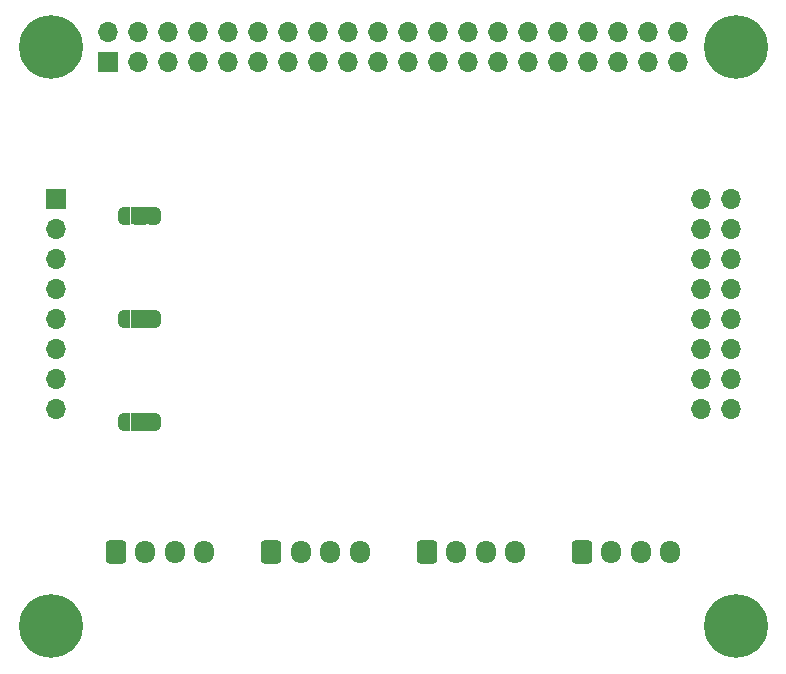
<source format=gbr>
%TF.GenerationSoftware,KiCad,Pcbnew,9.0.0*%
%TF.CreationDate,2025-04-05T00:09:13-04:00*%
%TF.ProjectId,KXR_pi_hat_v0.2,4b58525f-7069-45f6-9861-745f76302e32,rev?*%
%TF.SameCoordinates,Original*%
%TF.FileFunction,Soldermask,Bot*%
%TF.FilePolarity,Negative*%
%FSLAX46Y46*%
G04 Gerber Fmt 4.6, Leading zero omitted, Abs format (unit mm)*
G04 Created by KiCad (PCBNEW 9.0.0) date 2025-04-05 00:09:13*
%MOMM*%
%LPD*%
G01*
G04 APERTURE LIST*
G04 Aperture macros list*
%AMRoundRect*
0 Rectangle with rounded corners*
0 $1 Rounding radius*
0 $2 $3 $4 $5 $6 $7 $8 $9 X,Y pos of 4 corners*
0 Add a 4 corners polygon primitive as box body*
4,1,4,$2,$3,$4,$5,$6,$7,$8,$9,$2,$3,0*
0 Add four circle primitives for the rounded corners*
1,1,$1+$1,$2,$3*
1,1,$1+$1,$4,$5*
1,1,$1+$1,$6,$7*
1,1,$1+$1,$8,$9*
0 Add four rect primitives between the rounded corners*
20,1,$1+$1,$2,$3,$4,$5,0*
20,1,$1+$1,$4,$5,$6,$7,0*
20,1,$1+$1,$6,$7,$8,$9,0*
20,1,$1+$1,$8,$9,$2,$3,0*%
%AMFreePoly0*
4,1,23,0.550000,-0.750000,0.000000,-0.750000,0.000000,-0.745722,-0.065263,-0.745722,-0.191342,-0.711940,-0.304381,-0.646677,-0.396677,-0.554381,-0.461940,-0.441342,-0.495722,-0.315263,-0.495722,-0.250000,-0.500000,-0.250000,-0.500000,0.250000,-0.495722,0.250000,-0.495722,0.315263,-0.461940,0.441342,-0.396677,0.554381,-0.304381,0.646677,-0.191342,0.711940,-0.065263,0.745722,0.000000,0.745722,
0.000000,0.750000,0.550000,0.750000,0.550000,-0.750000,0.550000,-0.750000,$1*%
%AMFreePoly1*
4,1,23,0.000000,0.745722,0.065263,0.745722,0.191342,0.711940,0.304381,0.646677,0.396677,0.554381,0.461940,0.441342,0.495722,0.315263,0.495722,0.250000,0.500000,0.250000,0.500000,-0.250000,0.495722,-0.250000,0.495722,-0.315263,0.461940,-0.441342,0.396677,-0.554381,0.304381,-0.646677,0.191342,-0.711940,0.065263,-0.745722,0.000000,-0.745722,0.000000,-0.750000,-0.550000,-0.750000,
-0.550000,0.750000,0.000000,0.750000,0.000000,0.745722,0.000000,0.745722,$1*%
G04 Aperture macros list end*
%ADD10C,5.400000*%
%ADD11R,1.700000X1.700000*%
%ADD12O,1.700000X1.700000*%
%ADD13RoundRect,0.250000X-0.600000X-0.725000X0.600000X-0.725000X0.600000X0.725000X-0.600000X0.725000X0*%
%ADD14O,1.700000X1.950000*%
%ADD15FreePoly0,0.000000*%
%ADD16R,1.000000X1.500000*%
%ADD17FreePoly1,0.000000*%
G04 APERTURE END LIST*
%TO.C,PDWN*%
G36*
X70300000Y-97250000D02*
G01*
X71800000Y-97250000D01*
X71800000Y-95750000D01*
X70300000Y-95750000D01*
X70300000Y-97250000D01*
G37*
%TO.C,DRDY*%
G36*
X70300000Y-88500000D02*
G01*
X71800000Y-88500000D01*
X71800000Y-87000000D01*
X70300000Y-87000000D01*
X70300000Y-88500000D01*
G37*
%TO.C,CS*%
G36*
X70300000Y-106000000D02*
G01*
X71800000Y-106000000D01*
X71800000Y-104500000D01*
X70300000Y-104500000D01*
X70300000Y-106000000D01*
G37*
%TD*%
D10*
%TO.C,REF\u002A\u002A*%
X121500000Y-73500000D03*
%TD*%
D11*
%TO.C,ADS1256 Breakout*%
X63925000Y-86365000D03*
D12*
X63925000Y-88905000D03*
X63925000Y-91445000D03*
X63925000Y-93985000D03*
X63925000Y-96525000D03*
X63925000Y-99065000D03*
X63925000Y-101605000D03*
X63925000Y-104145000D03*
X118535000Y-86380000D03*
X121075000Y-86380000D03*
X118535000Y-88920000D03*
X121075000Y-88920000D03*
X118535000Y-91460000D03*
X121075000Y-91460000D03*
X118535000Y-94000000D03*
X121075000Y-94000000D03*
X118535000Y-96540000D03*
X121075000Y-96540000D03*
X118535000Y-99080000D03*
X121075000Y-99080000D03*
X118535000Y-101620000D03*
X121075000Y-101620000D03*
X118535000Y-104160000D03*
X121075000Y-104160000D03*
%TD*%
D13*
%TO.C,J1*%
X69025000Y-116250000D03*
D14*
X71525000Y-116250000D03*
X74025000Y-116250000D03*
X76525000Y-116250000D03*
%TD*%
D10*
%TO.C,REF\u002A\u002A*%
X63500000Y-73500000D03*
%TD*%
D13*
%TO.C,J4*%
X108475000Y-116250000D03*
D14*
X110975000Y-116250000D03*
X113475000Y-116250000D03*
X115975000Y-116250000D03*
%TD*%
D10*
%TO.C,REF\u002A\u002A*%
X63500000Y-122500000D03*
%TD*%
%TO.C,REF\u002A\u002A*%
X121500000Y-122500000D03*
%TD*%
D13*
%TO.C,J2*%
X82175000Y-116250000D03*
D14*
X84675000Y-116250000D03*
X87175000Y-116250000D03*
X89675000Y-116250000D03*
%TD*%
D13*
%TO.C,J3*%
X95325000Y-116250000D03*
D14*
X97825000Y-116250000D03*
X100325000Y-116250000D03*
X102825000Y-116250000D03*
%TD*%
D15*
%TO.C,PDWN*%
X69750000Y-96500000D03*
D16*
X71050000Y-96500000D03*
D17*
X72350000Y-96500000D03*
%TD*%
D15*
%TO.C,DRDY*%
X69750000Y-87750000D03*
D16*
X71050000Y-87750000D03*
D17*
X72350000Y-87750000D03*
%TD*%
D15*
%TO.C,CS*%
X69750000Y-105250000D03*
D16*
X71050000Y-105250000D03*
D17*
X72350000Y-105250000D03*
%TD*%
D11*
%TO.C,U1*%
X68365000Y-74770000D03*
D12*
X68365000Y-72230000D03*
X70905000Y-74770000D03*
X70905000Y-72230000D03*
X73445000Y-74770000D03*
X73445000Y-72230000D03*
X75985000Y-74770000D03*
X75985000Y-72230000D03*
X78525000Y-74770000D03*
X78525000Y-72230000D03*
X81065000Y-74770000D03*
X81065000Y-72230000D03*
X83605000Y-74770000D03*
X83605000Y-72230000D03*
X86145000Y-74770000D03*
X86145000Y-72230000D03*
X88685000Y-74770000D03*
X88685000Y-72230000D03*
X91225000Y-74770000D03*
X91225000Y-72230000D03*
X93765000Y-74770000D03*
X93765000Y-72230000D03*
X96305000Y-74770000D03*
X96305000Y-72230000D03*
X98845000Y-74770000D03*
X98845000Y-72230000D03*
X101385000Y-74770000D03*
X101385000Y-72230000D03*
X103925000Y-74770000D03*
X103925000Y-72230000D03*
X106465000Y-74770000D03*
X106465000Y-72230000D03*
X109005000Y-74770000D03*
X109005000Y-72230000D03*
X111545000Y-74770000D03*
X111545000Y-72230000D03*
X114085000Y-74770000D03*
X114085000Y-72230000D03*
X116625000Y-74770000D03*
X116625000Y-72230000D03*
%TD*%
M02*

</source>
